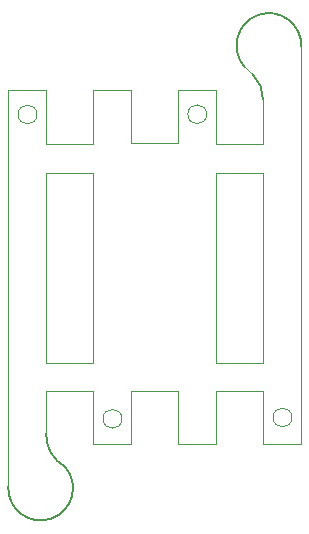
<source format=gbr>
%TF.GenerationSoftware,KiCad,Pcbnew,8.0.2*%
%TF.CreationDate,2024-12-22T14:20:04+01:00*%
%TF.ProjectId,_4mm_sleeper_w_IR,5f346d6d-5f73-46c6-9565-7065725f775f,rev?*%
%TF.SameCoordinates,Original*%
%TF.FileFunction,Profile,NP*%
%FSLAX46Y46*%
G04 Gerber Fmt 4.6, Leading zero omitted, Abs format (unit mm)*
G04 Created by KiCad (PCBNEW 8.0.2) date 2024-12-22 14:20:04*
%MOMM*%
%LPD*%
G01*
G04 APERTURE LIST*
%TA.AperFunction,Profile*%
%ADD10C,0.100000*%
%TD*%
%TA.AperFunction,Profile*%
%ADD11C,0.150000*%
%TD*%
G04 APERTURE END LIST*
D10*
X125700000Y-106100000D02*
X125700000Y-90000000D01*
X118500000Y-83000000D02*
X118500000Y-87500000D01*
X111300000Y-106100000D02*
X111300000Y-90000000D01*
X129700000Y-113000000D02*
X129700000Y-108500000D01*
X125700000Y-106100000D02*
X129700000Y-106100000D01*
X111301999Y-112074940D02*
X111300000Y-108500000D01*
X132900000Y-113000000D02*
X129700000Y-113000000D01*
X122500000Y-83000000D02*
X125700000Y-83000000D01*
D11*
X112904273Y-114906761D02*
G75*
G02*
X111301964Y-112074939I1504427J2720461D01*
G01*
D10*
X110528000Y-85090000D02*
G75*
G02*
X108928000Y-85090000I-800000J0D01*
G01*
X108928000Y-85090000D02*
G75*
G02*
X110528000Y-85090000I800000J0D01*
G01*
X115300000Y-83000000D02*
X118500000Y-83000000D01*
X108100000Y-83000000D02*
X111300000Y-83000000D01*
X122500000Y-87500000D02*
X122500000Y-83000000D01*
X129700000Y-90000000D02*
X129700000Y-106100000D01*
X115300000Y-90000000D02*
X115300000Y-106100000D01*
X111300000Y-108500000D02*
X115300000Y-108500000D01*
X125700000Y-113000000D02*
X122500000Y-113000000D01*
X125700000Y-90000000D02*
X129700000Y-90000000D01*
D11*
X128778000Y-81661000D02*
G75*
G02*
X129674299Y-83823933I-2054400J-2118500D01*
G01*
D10*
X132908000Y-79375000D02*
X132900000Y-113000000D01*
X125700000Y-87600000D02*
X125700000Y-83000000D01*
D11*
X128103727Y-81054239D02*
G75*
G02*
X132907999Y-79375000I2064273J1806239D01*
G01*
D10*
X115300000Y-87600000D02*
X115300000Y-83000000D01*
X111300000Y-90000000D02*
X115300000Y-90000000D01*
D11*
X112904273Y-114906761D02*
G75*
G02*
X108100001Y-116586000I-2064273J-1806239D01*
G01*
D10*
X125700000Y-108500000D02*
X125700000Y-113000000D01*
X111300000Y-87600000D02*
X111300000Y-83000000D01*
X122500000Y-87500000D02*
X118500000Y-87500000D01*
X111300000Y-87600000D02*
X115300000Y-87600000D01*
X111300000Y-106100000D02*
X115300000Y-106100000D01*
X118500000Y-108500000D02*
X122500000Y-108500000D01*
X122500000Y-113000000D02*
X122500000Y-108500000D01*
X125700000Y-108500000D02*
X129700000Y-108500000D01*
X117720000Y-110850000D02*
G75*
G02*
X116120000Y-110850000I-800000J0D01*
G01*
X116120000Y-110850000D02*
G75*
G02*
X117720000Y-110850000I800000J0D01*
G01*
X118500000Y-113000000D02*
X115300000Y-113000000D01*
X118500000Y-108500000D02*
X118500000Y-113000000D01*
X132118000Y-110744000D02*
G75*
G02*
X130518000Y-110744000I-800000J0D01*
G01*
X130518000Y-110744000D02*
G75*
G02*
X132118000Y-110744000I800000J0D01*
G01*
X129700000Y-87600000D02*
X129674299Y-83823933D01*
X108100000Y-116586000D02*
X108100000Y-83000000D01*
X115300000Y-113000000D02*
X115300000Y-108500000D01*
X125700000Y-87600000D02*
X129700000Y-87600000D01*
X128103727Y-81054239D02*
X128778000Y-81661000D01*
X124900000Y-85070000D02*
G75*
G02*
X123300000Y-85070000I-800000J0D01*
G01*
X123300000Y-85070000D02*
G75*
G02*
X124900000Y-85070000I800000J0D01*
G01*
M02*

</source>
